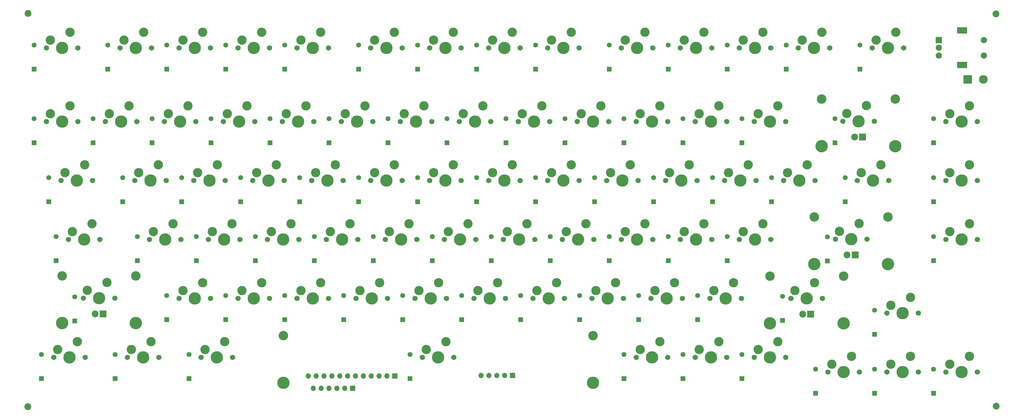
<source format=gbr>
G04 #@! TF.GenerationSoftware,KiCad,Pcbnew,7.0.1*
G04 #@! TF.CreationDate,2023-04-16T01:49:03-07:00*
G04 #@! TF.ProjectId,_autosave-keyboard,5f617574-6f73-4617-9665-2d6b6579626f,rev?*
G04 #@! TF.SameCoordinates,Original*
G04 #@! TF.FileFunction,Soldermask,Top*
G04 #@! TF.FilePolarity,Negative*
%FSLAX46Y46*%
G04 Gerber Fmt 4.6, Leading zero omitted, Abs format (unit mm)*
G04 Created by KiCad (PCBNEW 7.0.1) date 2023-04-16 01:49:03*
%MOMM*%
%LPD*%
G01*
G04 APERTURE LIST*
%ADD10C,1.701800*%
%ADD11C,3.000000*%
%ADD12C,3.987800*%
%ADD13R,1.600000X1.600000*%
%ADD14C,1.600000*%
%ADD15C,2.200000*%
%ADD16R,1.700000X1.700000*%
%ADD17O,1.700000X1.700000*%
%ADD18C,3.050000*%
%ADD19C,4.000000*%
%ADD20R,2.200000X2.200000*%
%ADD21C,3.048000*%
%ADD22R,2.000000X2.000000*%
%ADD23C,2.000000*%
%ADD24R,3.200000X2.000000*%
%ADD25R,2.800000X2.800000*%
%ADD26O,2.800000X2.800000*%
G04 APERTURE END LIST*
D10*
X211430000Y-239030000D03*
D11*
X212700000Y-236490000D03*
D12*
X216510000Y-239030000D03*
D11*
X219050000Y-233950000D03*
D10*
X221590000Y-239030000D03*
D13*
X207490000Y-245895000D03*
D14*
X207490000Y-238095000D03*
D10*
X192380000Y-158067500D03*
D11*
X193650000Y-155527500D03*
D12*
X197460000Y-158067500D03*
D11*
X200000000Y-152987500D03*
D10*
X202540000Y-158067500D03*
D13*
X188440000Y-164932500D03*
D14*
X188440000Y-157132500D03*
D10*
X230480000Y-239030000D03*
D11*
X231750000Y-236490000D03*
D12*
X235560000Y-239030000D03*
D11*
X238100000Y-233950000D03*
D10*
X240640000Y-239030000D03*
D13*
X226540000Y-245895000D03*
D14*
X226540000Y-238095000D03*
D10*
X340017500Y-258080000D03*
D11*
X341287500Y-255540000D03*
D12*
X345097500Y-258080000D03*
D11*
X347637500Y-253000000D03*
D10*
X350177500Y-258080000D03*
D13*
X336077500Y-264945000D03*
D14*
X336077500Y-257145000D03*
D10*
X354305000Y-158067500D03*
D11*
X355575000Y-155527500D03*
D12*
X359385000Y-158067500D03*
D11*
X361925000Y-152987500D03*
D10*
X364465000Y-158067500D03*
D13*
X350365000Y-164932500D03*
D14*
X350365000Y-157132500D03*
D10*
X311442500Y-200930000D03*
D11*
X312712500Y-198390000D03*
D12*
X316522500Y-200930000D03*
D11*
X319062500Y-195850000D03*
D10*
X321602500Y-200930000D03*
D13*
X307502500Y-207795000D03*
D14*
X307502500Y-199995000D03*
D10*
X440030000Y-219980000D03*
D11*
X441300000Y-217440000D03*
D12*
X445110000Y-219980000D03*
D11*
X447650000Y-214900000D03*
D10*
X450190000Y-219980000D03*
D13*
X436090000Y-226845000D03*
D14*
X436090000Y-219045000D03*
D15*
X456310000Y-273870000D03*
D10*
X378117500Y-181880000D03*
D11*
X379387500Y-179340000D03*
D12*
X383197500Y-181880000D03*
D11*
X385737500Y-176800000D03*
D10*
X388277500Y-181880000D03*
D13*
X374177500Y-188745000D03*
D14*
X374177500Y-180945000D03*
D10*
X344780000Y-239030000D03*
D11*
X346050000Y-236490000D03*
D12*
X349860000Y-239030000D03*
D11*
X352400000Y-233950000D03*
D10*
X354940000Y-239030000D03*
D13*
X340840000Y-245895000D03*
D14*
X340840000Y-238095000D03*
D16*
X262080000Y-264100000D03*
D17*
X259540000Y-264100000D03*
X257000000Y-264100000D03*
X254460000Y-264100000D03*
X251920000Y-264100000D03*
X249380000Y-264100000D03*
X246840000Y-264100000D03*
X244300000Y-264100000D03*
X241760000Y-264100000D03*
X239220000Y-264100000D03*
X236680000Y-264100000D03*
X234140000Y-264100000D03*
D10*
X363830000Y-239030000D03*
D11*
X365100000Y-236490000D03*
D12*
X368910000Y-239030000D03*
D11*
X371450000Y-233950000D03*
D10*
X373990000Y-239030000D03*
D13*
X359890000Y-245895000D03*
D14*
X359890000Y-238095000D03*
D10*
X178092500Y-200930000D03*
D11*
X179362500Y-198390000D03*
D12*
X183172500Y-200930000D03*
D11*
X185712500Y-195850000D03*
D10*
X188252500Y-200930000D03*
D13*
X174152500Y-207795000D03*
D14*
X174152500Y-199995000D03*
D10*
X411455000Y-200930000D03*
D11*
X412725000Y-198390000D03*
D12*
X416535000Y-200930000D03*
D11*
X419075000Y-195850000D03*
D10*
X421615000Y-200930000D03*
D13*
X407515000Y-207795000D03*
D14*
X407515000Y-199995000D03*
D10*
X156661250Y-219980000D03*
D11*
X157931250Y-217440000D03*
D12*
X161741250Y-219980000D03*
D11*
X164281250Y-214900000D03*
D10*
X166821250Y-219980000D03*
D13*
X152721250Y-226845000D03*
D14*
X152721250Y-219045000D03*
D10*
X325730000Y-239030000D03*
D11*
X327000000Y-236490000D03*
D12*
X330810000Y-239030000D03*
D11*
X333350000Y-233950000D03*
D10*
X335890000Y-239030000D03*
D13*
X321790000Y-245895000D03*
D14*
X321790000Y-238095000D03*
D10*
X335255000Y-219980000D03*
D11*
X336525000Y-217440000D03*
D12*
X340335000Y-219980000D03*
D11*
X342875000Y-214900000D03*
D10*
X345415000Y-219980000D03*
D13*
X331315000Y-226845000D03*
D14*
X331315000Y-219045000D03*
D10*
X268580000Y-239030000D03*
D11*
X269850000Y-236490000D03*
D12*
X273660000Y-239030000D03*
D11*
X276200000Y-233950000D03*
D10*
X278740000Y-239030000D03*
D13*
X264640000Y-245895000D03*
D14*
X264640000Y-238095000D03*
D10*
X249530000Y-239030000D03*
D11*
X250800000Y-236490000D03*
D12*
X254610000Y-239030000D03*
D11*
X257150000Y-233950000D03*
D10*
X259690000Y-239030000D03*
D13*
X245590000Y-245895000D03*
D14*
X245590000Y-238095000D03*
D10*
X335255000Y-158067500D03*
D11*
X336525000Y-155527500D03*
D12*
X340335000Y-158067500D03*
D11*
X342875000Y-152987500D03*
D10*
X345415000Y-158067500D03*
D13*
X331315000Y-164932500D03*
D14*
X331315000Y-157132500D03*
D18*
X383197500Y-231840000D03*
D19*
X383197500Y-247080000D03*
D10*
X390030300Y-239028200D03*
D11*
X391300300Y-236488200D03*
D12*
X395110300Y-239028200D03*
D11*
X397650300Y-233948200D03*
D10*
X400190300Y-239028200D03*
D18*
X406997500Y-231840000D03*
D19*
X406997500Y-247080000D03*
D15*
X393814900Y-244133600D03*
D20*
X396380300Y-244133600D03*
D10*
X401930000Y-262842500D03*
D11*
X403200000Y-260302500D03*
D12*
X407010000Y-262842500D03*
D11*
X409550000Y-257762500D03*
D10*
X412090000Y-262842500D03*
D13*
X397990000Y-269707500D03*
D14*
X397990000Y-261907500D03*
D10*
X187617500Y-181880000D03*
D11*
X188887500Y-179340000D03*
D12*
X192697500Y-181880000D03*
D11*
X195237500Y-176800000D03*
D10*
X197777500Y-181880000D03*
D13*
X183677500Y-188745000D03*
D14*
X183677500Y-180945000D03*
D10*
X320967500Y-181880000D03*
D11*
X322237500Y-179340000D03*
D12*
X326047500Y-181880000D03*
D11*
X328587500Y-176800000D03*
D10*
X331127500Y-181880000D03*
D13*
X317027500Y-188745000D03*
D14*
X317027500Y-180945000D03*
D10*
X287630000Y-239030000D03*
D11*
X288900000Y-236490000D03*
D12*
X292710000Y-239030000D03*
D11*
X295250000Y-233950000D03*
D10*
X297790000Y-239030000D03*
D13*
X283690000Y-245895000D03*
D14*
X283690000Y-238095000D03*
D10*
X330492500Y-200930000D03*
D11*
X331762500Y-198390000D03*
D12*
X335572500Y-200930000D03*
D11*
X338112500Y-195850000D03*
D10*
X340652500Y-200930000D03*
D13*
X326552500Y-207795000D03*
D14*
X326552500Y-199995000D03*
D15*
X143540000Y-274000000D03*
D10*
X263817500Y-181880000D03*
D11*
X265087500Y-179340000D03*
D12*
X268897500Y-181880000D03*
D11*
X271437500Y-176800000D03*
D10*
X273977500Y-181880000D03*
D13*
X259877500Y-188745000D03*
D14*
X259877500Y-180945000D03*
D10*
X373355000Y-158067500D03*
D11*
X374625000Y-155527500D03*
D12*
X378435000Y-158067500D03*
D11*
X380975000Y-152987500D03*
D10*
X383515000Y-158067500D03*
D13*
X369415000Y-164932500D03*
D14*
X369415000Y-157132500D03*
D10*
X378117500Y-258080000D03*
D11*
X379387500Y-255540000D03*
D12*
X383197500Y-258080000D03*
D11*
X385737500Y-253000000D03*
D10*
X388277500Y-258080000D03*
D13*
X374177500Y-264945000D03*
D14*
X374177500Y-257145000D03*
D10*
X206667500Y-181880000D03*
D11*
X207937500Y-179340000D03*
D12*
X211747500Y-181880000D03*
D11*
X214287500Y-176800000D03*
D10*
X216827500Y-181880000D03*
D13*
X202727500Y-188745000D03*
D14*
X202727500Y-180945000D03*
D10*
X197142500Y-200930000D03*
D11*
X198412500Y-198390000D03*
D12*
X202222500Y-200930000D03*
D11*
X204762500Y-195850000D03*
D10*
X207302500Y-200930000D03*
D13*
X193202500Y-207795000D03*
D14*
X193202500Y-199995000D03*
D10*
X368592500Y-200930000D03*
D11*
X369862500Y-198390000D03*
D12*
X373672500Y-200930000D03*
D11*
X376212500Y-195850000D03*
D10*
X378752500Y-200930000D03*
D13*
X364652500Y-207795000D03*
D14*
X364652500Y-199995000D03*
D10*
X420980000Y-262842500D03*
D11*
X422250000Y-260302500D03*
D12*
X426060000Y-262842500D03*
D11*
X428600000Y-257762500D03*
D10*
X431140000Y-262842500D03*
D13*
X417040000Y-269707500D03*
D14*
X417040000Y-261907500D03*
D10*
X306680000Y-239030000D03*
D11*
X307950000Y-236490000D03*
D12*
X311760000Y-239030000D03*
D11*
X314300000Y-233950000D03*
D10*
X316840000Y-239030000D03*
D13*
X302740000Y-245895000D03*
D14*
X302740000Y-238095000D03*
D10*
X440030000Y-262842500D03*
D11*
X441300000Y-260302500D03*
D12*
X445110000Y-262842500D03*
D11*
X447650000Y-257762500D03*
D10*
X450190000Y-262842500D03*
D13*
X436090000Y-269707500D03*
D14*
X436090000Y-261907500D03*
D10*
X230480000Y-158067500D03*
D11*
X231750000Y-155527500D03*
D12*
X235560000Y-158067500D03*
D11*
X238100000Y-152987500D03*
D10*
X240640000Y-158067500D03*
D13*
X226540000Y-164932500D03*
D14*
X226540000Y-157132500D03*
D21*
X226095000Y-251035000D03*
D12*
X226095000Y-266275000D03*
D21*
X326107500Y-251035000D03*
D12*
X326107500Y-266275000D03*
D10*
X149517500Y-181880000D03*
D11*
X150787500Y-179340000D03*
D12*
X154597500Y-181880000D03*
D11*
X157137500Y-176800000D03*
D10*
X159677500Y-181880000D03*
D13*
X145577500Y-188745000D03*
D14*
X145577500Y-180945000D03*
D10*
X216192500Y-200930000D03*
D11*
X217462500Y-198390000D03*
D12*
X221272500Y-200930000D03*
D11*
X223812500Y-195850000D03*
D10*
X226352500Y-200930000D03*
D13*
X212252500Y-207795000D03*
D14*
X212252500Y-199995000D03*
D10*
X168567500Y-181880000D03*
D11*
X169837500Y-179340000D03*
D12*
X173647500Y-181880000D03*
D11*
X176187500Y-176800000D03*
D10*
X178727500Y-181880000D03*
D13*
X164627500Y-188745000D03*
D14*
X164627500Y-180945000D03*
D10*
X354305000Y-219980000D03*
D11*
X355575000Y-217440000D03*
D12*
X359385000Y-219980000D03*
D11*
X361925000Y-214900000D03*
D10*
X364465000Y-219980000D03*
D13*
X350365000Y-226845000D03*
D14*
X350365000Y-219045000D03*
D10*
X278105000Y-219980000D03*
D11*
X279375000Y-217440000D03*
D12*
X283185000Y-219980000D03*
D11*
X285725000Y-214900000D03*
D10*
X288265000Y-219980000D03*
D13*
X274165000Y-226845000D03*
D14*
X274165000Y-219045000D03*
D10*
X254292500Y-158067500D03*
D11*
X255562500Y-155527500D03*
D12*
X259372500Y-158067500D03*
D11*
X261912500Y-152987500D03*
D10*
X264452500Y-158067500D03*
D13*
X250352500Y-164932500D03*
D14*
X250352500Y-157132500D03*
D10*
X254292500Y-200930000D03*
D11*
X255562500Y-198390000D03*
D12*
X259372500Y-200930000D03*
D11*
X261912500Y-195850000D03*
D10*
X264452500Y-200930000D03*
D13*
X250352500Y-207795000D03*
D14*
X250352500Y-199995000D03*
D10*
X244767500Y-181880000D03*
D11*
X246037500Y-179340000D03*
D12*
X249847500Y-181880000D03*
D11*
X252387500Y-176800000D03*
D10*
X254927500Y-181880000D03*
D13*
X240827500Y-188745000D03*
D14*
X240827500Y-180945000D03*
D10*
X182855000Y-219980000D03*
D11*
X184125000Y-217440000D03*
D12*
X187935000Y-219980000D03*
D11*
X190475000Y-214900000D03*
D10*
X193015000Y-219980000D03*
D13*
X178915000Y-226845000D03*
D14*
X178915000Y-219045000D03*
D10*
X175711250Y-258080000D03*
D11*
X176981250Y-255540000D03*
D12*
X180791250Y-258080000D03*
D11*
X183331250Y-253000000D03*
D10*
X185871250Y-258080000D03*
D13*
X171771250Y-264945000D03*
D14*
X171771250Y-257145000D03*
D10*
X392405000Y-158067500D03*
D11*
X393675000Y-155527500D03*
D12*
X397485000Y-158067500D03*
D11*
X400025000Y-152987500D03*
D10*
X402565000Y-158067500D03*
D13*
X388465000Y-164932500D03*
D14*
X388465000Y-157132500D03*
D22*
X437780000Y-155550000D03*
D23*
X437780000Y-160550000D03*
X437780000Y-158050000D03*
D24*
X445280000Y-152450000D03*
X445280000Y-163650000D03*
D23*
X452280000Y-160550000D03*
X452280000Y-155550000D03*
D10*
X173330000Y-158067500D03*
D11*
X174600000Y-155527500D03*
D12*
X178410000Y-158067500D03*
D11*
X180950000Y-152987500D03*
D10*
X183490000Y-158067500D03*
D13*
X169390000Y-164932500D03*
D14*
X169390000Y-157132500D03*
D10*
X220955000Y-219980000D03*
D11*
X222225000Y-217440000D03*
D12*
X226035000Y-219980000D03*
D11*
X228575000Y-214900000D03*
D10*
X231115000Y-219980000D03*
D13*
X217015000Y-226845000D03*
D14*
X217015000Y-219045000D03*
D18*
X154650950Y-231781800D03*
D19*
X154650950Y-247021800D03*
D10*
X161483750Y-238970000D03*
D11*
X162753750Y-236430000D03*
D12*
X166563750Y-238970000D03*
D11*
X169103750Y-233890000D03*
D10*
X171643750Y-238970000D03*
D18*
X178450950Y-231781800D03*
D19*
X178450950Y-247021800D03*
D15*
X165268350Y-244075400D03*
D20*
X167833750Y-244075400D03*
D10*
X273342500Y-158067500D03*
D11*
X274612500Y-155527500D03*
D12*
X278422500Y-158067500D03*
D11*
X280962500Y-152987500D03*
D10*
X283502500Y-158067500D03*
D13*
X269402500Y-164932500D03*
D14*
X269402500Y-157132500D03*
D10*
X416217500Y-158067500D03*
D11*
X417487500Y-155527500D03*
D12*
X421297500Y-158067500D03*
D11*
X423837500Y-152987500D03*
D10*
X426377500Y-158067500D03*
D13*
X412277500Y-164932500D03*
D14*
X412277500Y-157132500D03*
D15*
X456200000Y-147090000D03*
D10*
X211430000Y-158067500D03*
D11*
X212700000Y-155527500D03*
D12*
X216510000Y-158067500D03*
D11*
X219050000Y-152987500D03*
D10*
X221590000Y-158067500D03*
D13*
X207490000Y-164932500D03*
D14*
X207490000Y-157132500D03*
D10*
X154280000Y-200930000D03*
D11*
X155550000Y-198390000D03*
D12*
X159360000Y-200930000D03*
D11*
X161900000Y-195850000D03*
D10*
X164440000Y-200930000D03*
D13*
X150340000Y-207795000D03*
D14*
X150340000Y-199995000D03*
D10*
X359067500Y-258080000D03*
D11*
X360337500Y-255540000D03*
D12*
X364147500Y-258080000D03*
D11*
X366687500Y-253000000D03*
D10*
X369227500Y-258080000D03*
D13*
X355127500Y-264945000D03*
D14*
X355127500Y-257145000D03*
D10*
X316205000Y-219980000D03*
D11*
X317475000Y-217440000D03*
D12*
X321285000Y-219980000D03*
D11*
X323825000Y-214900000D03*
D10*
X326365000Y-219980000D03*
D13*
X312265000Y-226845000D03*
D14*
X312265000Y-219045000D03*
D10*
X440030000Y-200930000D03*
D11*
X441300000Y-198390000D03*
D12*
X445110000Y-200930000D03*
D11*
X447650000Y-195850000D03*
D10*
X450190000Y-200930000D03*
D13*
X436090000Y-207795000D03*
D14*
X436090000Y-199995000D03*
D10*
X349542500Y-200930000D03*
D11*
X350812500Y-198390000D03*
D12*
X354622500Y-200930000D03*
D11*
X357162500Y-195850000D03*
D10*
X359702500Y-200930000D03*
D13*
X345602500Y-207795000D03*
D14*
X345602500Y-199995000D03*
D10*
X282867500Y-181880000D03*
D11*
X284137500Y-179340000D03*
D12*
X287947500Y-181880000D03*
D11*
X290487500Y-176800000D03*
D10*
X293027500Y-181880000D03*
D13*
X278927500Y-188745000D03*
D14*
X278927500Y-180945000D03*
D10*
X270930000Y-258120000D03*
D11*
X272200000Y-255580000D03*
D12*
X276010000Y-258120000D03*
D11*
X278550000Y-253040000D03*
D10*
X281090000Y-258120000D03*
D13*
X266990000Y-264985000D03*
D14*
X266990000Y-257185000D03*
D18*
X399919700Y-174631800D03*
D19*
X399919700Y-189871800D03*
D10*
X406752500Y-181820000D03*
D11*
X408022500Y-179280000D03*
D12*
X411832500Y-181820000D03*
D11*
X414372500Y-176740000D03*
D10*
X416912500Y-181820000D03*
D18*
X423719700Y-174631800D03*
D19*
X423719700Y-189871800D03*
D15*
X410537100Y-186925400D03*
D20*
X413102500Y-186925400D03*
D10*
X297155000Y-219980000D03*
D11*
X298425000Y-217440000D03*
D12*
X302235000Y-219980000D03*
D11*
X304775000Y-214900000D03*
D10*
X307315000Y-219980000D03*
D13*
X293215000Y-226845000D03*
D14*
X293215000Y-219045000D03*
D10*
X340017500Y-181880000D03*
D11*
X341287500Y-179340000D03*
D12*
X345097500Y-181880000D03*
D11*
X347637500Y-176800000D03*
D10*
X350177500Y-181880000D03*
D13*
X336077500Y-188745000D03*
D14*
X336077500Y-180945000D03*
D10*
X373355000Y-219980000D03*
D11*
X374625000Y-217440000D03*
D12*
X378435000Y-219980000D03*
D11*
X380975000Y-214900000D03*
D10*
X383515000Y-219980000D03*
D13*
X369415000Y-226845000D03*
D14*
X369415000Y-219045000D03*
D10*
X359067500Y-181880000D03*
D11*
X360337500Y-179340000D03*
D12*
X364147500Y-181880000D03*
D11*
X366687500Y-176800000D03*
D10*
X369227500Y-181880000D03*
D13*
X355127500Y-188745000D03*
D14*
X355127500Y-180945000D03*
D25*
X447060000Y-168280000D03*
D26*
X452140000Y-168280000D03*
D10*
X292392500Y-200930000D03*
D11*
X293662500Y-198390000D03*
D12*
X297472500Y-200930000D03*
D11*
X300012500Y-195850000D03*
D10*
X302552500Y-200930000D03*
D13*
X288452500Y-207795000D03*
D14*
X288452500Y-199995000D03*
D10*
X151898750Y-258080000D03*
D11*
X153168750Y-255540000D03*
D12*
X156978750Y-258080000D03*
D11*
X159518750Y-253000000D03*
D10*
X162058750Y-258080000D03*
D13*
X147958750Y-264945000D03*
D14*
X147958750Y-257145000D03*
D10*
X420980000Y-243792500D03*
D11*
X422250000Y-241252500D03*
D12*
X426060000Y-243792500D03*
D11*
X428600000Y-238712500D03*
D10*
X431140000Y-243792500D03*
D13*
X417040000Y-250657500D03*
D14*
X417040000Y-242857500D03*
D10*
X199523750Y-258080000D03*
D11*
X200793750Y-255540000D03*
D12*
X204603750Y-258080000D03*
D11*
X207143750Y-253000000D03*
D10*
X209683750Y-258080000D03*
D13*
X195583750Y-264945000D03*
D14*
X195583750Y-257145000D03*
D15*
X143620000Y-146950000D03*
D10*
X259055000Y-219980000D03*
D11*
X260325000Y-217440000D03*
D12*
X264135000Y-219980000D03*
D11*
X266675000Y-214900000D03*
D10*
X269215000Y-219980000D03*
D13*
X255115000Y-226845000D03*
D14*
X255115000Y-219045000D03*
D10*
X301917500Y-181880000D03*
D11*
X303187500Y-179340000D03*
D12*
X306997500Y-181880000D03*
D11*
X309537500Y-176800000D03*
D10*
X312077500Y-181880000D03*
D13*
X297977500Y-188745000D03*
D14*
X297977500Y-180945000D03*
D10*
X273342500Y-200930000D03*
D11*
X274612500Y-198390000D03*
D12*
X278422500Y-200930000D03*
D11*
X280962500Y-195850000D03*
D10*
X283502500Y-200930000D03*
D13*
X269402500Y-207795000D03*
D14*
X269402500Y-199995000D03*
D16*
X248450000Y-268110000D03*
D17*
X245910000Y-268110000D03*
X243370000Y-268110000D03*
X240830000Y-268110000D03*
X238290000Y-268110000D03*
X235750000Y-268110000D03*
D16*
X300090000Y-263960000D03*
D17*
X297550000Y-263960000D03*
X295010000Y-263960000D03*
X292470000Y-263960000D03*
X289930000Y-263960000D03*
D10*
X149517500Y-158067500D03*
D11*
X150787500Y-155527500D03*
D12*
X154597500Y-158067500D03*
D11*
X157137500Y-152987500D03*
D10*
X159677500Y-158067500D03*
D13*
X145577500Y-164932500D03*
D14*
X145577500Y-157132500D03*
D10*
X440030000Y-181880000D03*
D11*
X441300000Y-179340000D03*
D12*
X445110000Y-181880000D03*
D11*
X447650000Y-176800000D03*
D10*
X450190000Y-181880000D03*
D13*
X436090000Y-188745000D03*
D14*
X436090000Y-180945000D03*
D10*
X192380000Y-239030000D03*
D11*
X193650000Y-236490000D03*
D12*
X197460000Y-239030000D03*
D11*
X200000000Y-233950000D03*
D10*
X202540000Y-239030000D03*
D13*
X188440000Y-245895000D03*
D14*
X188440000Y-238095000D03*
D10*
X235242500Y-200930000D03*
D11*
X236512500Y-198390000D03*
D12*
X240322500Y-200930000D03*
D11*
X242862500Y-195850000D03*
D10*
X245402500Y-200930000D03*
D13*
X231302500Y-207795000D03*
D14*
X231302500Y-199995000D03*
D10*
X225717500Y-181880000D03*
D11*
X226987500Y-179340000D03*
D12*
X230797500Y-181880000D03*
D11*
X233337500Y-176800000D03*
D10*
X235877500Y-181880000D03*
D13*
X221777500Y-188745000D03*
D14*
X221777500Y-180945000D03*
D10*
X292392500Y-158067500D03*
D11*
X293662500Y-155527500D03*
D12*
X297472500Y-158067500D03*
D11*
X300012500Y-152987500D03*
D10*
X302552500Y-158067500D03*
D13*
X288452500Y-164932500D03*
D14*
X288452500Y-157132500D03*
D10*
X311442500Y-158067500D03*
D11*
X312712500Y-155527500D03*
D12*
X316522500Y-158067500D03*
D11*
X319062500Y-152987500D03*
D10*
X321602500Y-158067500D03*
D13*
X307502500Y-164932500D03*
D14*
X307502500Y-157132500D03*
D18*
X397538450Y-212731800D03*
D19*
X397538450Y-227971800D03*
D10*
X404371250Y-219920000D03*
D11*
X405641250Y-217380000D03*
D12*
X409451250Y-219920000D03*
D11*
X411991250Y-214840000D03*
D10*
X414531250Y-219920000D03*
D18*
X421338450Y-212731800D03*
D19*
X421338450Y-227971800D03*
D15*
X408155850Y-225025400D03*
D20*
X410721250Y-225025400D03*
D10*
X201905000Y-219980000D03*
D11*
X203175000Y-217440000D03*
D12*
X206985000Y-219980000D03*
D11*
X209525000Y-214900000D03*
D10*
X212065000Y-219980000D03*
D13*
X197965000Y-226845000D03*
D14*
X197965000Y-219045000D03*
D10*
X240005000Y-219980000D03*
D11*
X241275000Y-217440000D03*
D12*
X245085000Y-219980000D03*
D11*
X247625000Y-214900000D03*
D10*
X250165000Y-219980000D03*
D13*
X236065000Y-226845000D03*
D14*
X236065000Y-219045000D03*
D10*
X387642500Y-200930000D03*
D11*
X388912500Y-198390000D03*
D12*
X392722500Y-200930000D03*
D11*
X395262500Y-195850000D03*
D10*
X397802500Y-200930000D03*
D13*
X383702500Y-207795000D03*
D14*
X383702500Y-199995000D03*
D13*
X387290000Y-246160000D03*
D14*
X387290000Y-238360000D03*
D13*
X404200000Y-188770000D03*
D14*
X404200000Y-180970000D03*
D13*
X158710000Y-246320000D03*
D14*
X158710000Y-238520000D03*
D13*
X401740000Y-226930000D03*
D14*
X401740000Y-219130000D03*
M02*

</source>
